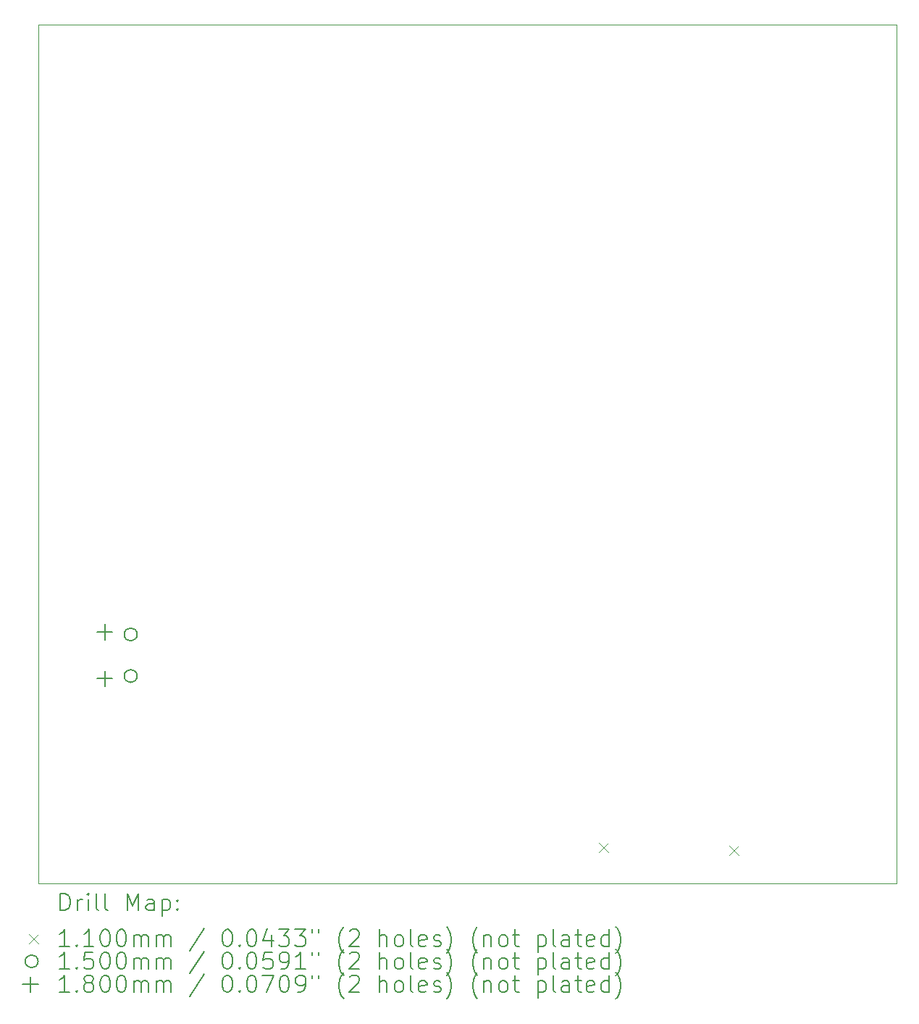
<source format=gbr>
%TF.GenerationSoftware,KiCad,Pcbnew,7.0.10*%
%TF.CreationDate,2024-07-23T11:02:27-06:00*%
%TF.ProjectId,Pressure-Controlled-Power-Outlet-control-PCB,50726573-7375-4726-952d-436f6e74726f,V1.3.1*%
%TF.SameCoordinates,Original*%
%TF.FileFunction,Drillmap*%
%TF.FilePolarity,Positive*%
%FSLAX45Y45*%
G04 Gerber Fmt 4.5, Leading zero omitted, Abs format (unit mm)*
G04 Created by KiCad (PCBNEW 7.0.10) date 2024-07-23 11:02:27*
%MOMM*%
%LPD*%
G01*
G04 APERTURE LIST*
%ADD10C,0.100000*%
%ADD11C,0.200000*%
%ADD12C,0.110000*%
%ADD13C,0.150000*%
%ADD14C,0.180000*%
G04 APERTURE END LIST*
D10*
X8636000Y-5588000D02*
X18669000Y-5588000D01*
X18669000Y-15621000D01*
X8636000Y-15621000D01*
X8636000Y-5588000D01*
D11*
D12*
X15185000Y-15147000D02*
X15295000Y-15257000D01*
X15295000Y-15147000D02*
X15185000Y-15257000D01*
X16709000Y-15177000D02*
X16819000Y-15287000D01*
X16819000Y-15177000D02*
X16709000Y-15287000D01*
D13*
X9789000Y-12711500D02*
G75*
G03*
X9639000Y-12711500I-75000J0D01*
G01*
X9639000Y-12711500D02*
G75*
G03*
X9789000Y-12711500I75000J0D01*
G01*
X9789000Y-13196500D02*
G75*
G03*
X9639000Y-13196500I-75000J0D01*
G01*
X9639000Y-13196500D02*
G75*
G03*
X9789000Y-13196500I75000J0D01*
G01*
D14*
X9411000Y-12591500D02*
X9411000Y-12771500D01*
X9321000Y-12681500D02*
X9501000Y-12681500D01*
X9411000Y-13136500D02*
X9411000Y-13316500D01*
X9321000Y-13226500D02*
X9501000Y-13226500D01*
D11*
X8891777Y-15937484D02*
X8891777Y-15737484D01*
X8891777Y-15737484D02*
X8939396Y-15737484D01*
X8939396Y-15737484D02*
X8967967Y-15747008D01*
X8967967Y-15747008D02*
X8987015Y-15766055D01*
X8987015Y-15766055D02*
X8996539Y-15785103D01*
X8996539Y-15785103D02*
X9006063Y-15823198D01*
X9006063Y-15823198D02*
X9006063Y-15851769D01*
X9006063Y-15851769D02*
X8996539Y-15889865D01*
X8996539Y-15889865D02*
X8987015Y-15908912D01*
X8987015Y-15908912D02*
X8967967Y-15927960D01*
X8967967Y-15927960D02*
X8939396Y-15937484D01*
X8939396Y-15937484D02*
X8891777Y-15937484D01*
X9091777Y-15937484D02*
X9091777Y-15804150D01*
X9091777Y-15842246D02*
X9101301Y-15823198D01*
X9101301Y-15823198D02*
X9110824Y-15813674D01*
X9110824Y-15813674D02*
X9129872Y-15804150D01*
X9129872Y-15804150D02*
X9148920Y-15804150D01*
X9215586Y-15937484D02*
X9215586Y-15804150D01*
X9215586Y-15737484D02*
X9206063Y-15747008D01*
X9206063Y-15747008D02*
X9215586Y-15756531D01*
X9215586Y-15756531D02*
X9225110Y-15747008D01*
X9225110Y-15747008D02*
X9215586Y-15737484D01*
X9215586Y-15737484D02*
X9215586Y-15756531D01*
X9339396Y-15937484D02*
X9320348Y-15927960D01*
X9320348Y-15927960D02*
X9310824Y-15908912D01*
X9310824Y-15908912D02*
X9310824Y-15737484D01*
X9444158Y-15937484D02*
X9425110Y-15927960D01*
X9425110Y-15927960D02*
X9415586Y-15908912D01*
X9415586Y-15908912D02*
X9415586Y-15737484D01*
X9672729Y-15937484D02*
X9672729Y-15737484D01*
X9672729Y-15737484D02*
X9739396Y-15880341D01*
X9739396Y-15880341D02*
X9806063Y-15737484D01*
X9806063Y-15737484D02*
X9806063Y-15937484D01*
X9987015Y-15937484D02*
X9987015Y-15832722D01*
X9987015Y-15832722D02*
X9977491Y-15813674D01*
X9977491Y-15813674D02*
X9958444Y-15804150D01*
X9958444Y-15804150D02*
X9920348Y-15804150D01*
X9920348Y-15804150D02*
X9901301Y-15813674D01*
X9987015Y-15927960D02*
X9967967Y-15937484D01*
X9967967Y-15937484D02*
X9920348Y-15937484D01*
X9920348Y-15937484D02*
X9901301Y-15927960D01*
X9901301Y-15927960D02*
X9891777Y-15908912D01*
X9891777Y-15908912D02*
X9891777Y-15889865D01*
X9891777Y-15889865D02*
X9901301Y-15870817D01*
X9901301Y-15870817D02*
X9920348Y-15861293D01*
X9920348Y-15861293D02*
X9967967Y-15861293D01*
X9967967Y-15861293D02*
X9987015Y-15851769D01*
X10082253Y-15804150D02*
X10082253Y-16004150D01*
X10082253Y-15813674D02*
X10101301Y-15804150D01*
X10101301Y-15804150D02*
X10139396Y-15804150D01*
X10139396Y-15804150D02*
X10158444Y-15813674D01*
X10158444Y-15813674D02*
X10167967Y-15823198D01*
X10167967Y-15823198D02*
X10177491Y-15842246D01*
X10177491Y-15842246D02*
X10177491Y-15899388D01*
X10177491Y-15899388D02*
X10167967Y-15918436D01*
X10167967Y-15918436D02*
X10158444Y-15927960D01*
X10158444Y-15927960D02*
X10139396Y-15937484D01*
X10139396Y-15937484D02*
X10101301Y-15937484D01*
X10101301Y-15937484D02*
X10082253Y-15927960D01*
X10263205Y-15918436D02*
X10272729Y-15927960D01*
X10272729Y-15927960D02*
X10263205Y-15937484D01*
X10263205Y-15937484D02*
X10253682Y-15927960D01*
X10253682Y-15927960D02*
X10263205Y-15918436D01*
X10263205Y-15918436D02*
X10263205Y-15937484D01*
X10263205Y-15813674D02*
X10272729Y-15823198D01*
X10272729Y-15823198D02*
X10263205Y-15832722D01*
X10263205Y-15832722D02*
X10253682Y-15823198D01*
X10253682Y-15823198D02*
X10263205Y-15813674D01*
X10263205Y-15813674D02*
X10263205Y-15832722D01*
D12*
X8521000Y-16211000D02*
X8631000Y-16321000D01*
X8631000Y-16211000D02*
X8521000Y-16321000D01*
D11*
X8996539Y-16357484D02*
X8882253Y-16357484D01*
X8939396Y-16357484D02*
X8939396Y-16157484D01*
X8939396Y-16157484D02*
X8920348Y-16186055D01*
X8920348Y-16186055D02*
X8901301Y-16205103D01*
X8901301Y-16205103D02*
X8882253Y-16214627D01*
X9082253Y-16338436D02*
X9091777Y-16347960D01*
X9091777Y-16347960D02*
X9082253Y-16357484D01*
X9082253Y-16357484D02*
X9072729Y-16347960D01*
X9072729Y-16347960D02*
X9082253Y-16338436D01*
X9082253Y-16338436D02*
X9082253Y-16357484D01*
X9282253Y-16357484D02*
X9167967Y-16357484D01*
X9225110Y-16357484D02*
X9225110Y-16157484D01*
X9225110Y-16157484D02*
X9206063Y-16186055D01*
X9206063Y-16186055D02*
X9187015Y-16205103D01*
X9187015Y-16205103D02*
X9167967Y-16214627D01*
X9406063Y-16157484D02*
X9425110Y-16157484D01*
X9425110Y-16157484D02*
X9444158Y-16167008D01*
X9444158Y-16167008D02*
X9453682Y-16176531D01*
X9453682Y-16176531D02*
X9463205Y-16195579D01*
X9463205Y-16195579D02*
X9472729Y-16233674D01*
X9472729Y-16233674D02*
X9472729Y-16281293D01*
X9472729Y-16281293D02*
X9463205Y-16319388D01*
X9463205Y-16319388D02*
X9453682Y-16338436D01*
X9453682Y-16338436D02*
X9444158Y-16347960D01*
X9444158Y-16347960D02*
X9425110Y-16357484D01*
X9425110Y-16357484D02*
X9406063Y-16357484D01*
X9406063Y-16357484D02*
X9387015Y-16347960D01*
X9387015Y-16347960D02*
X9377491Y-16338436D01*
X9377491Y-16338436D02*
X9367967Y-16319388D01*
X9367967Y-16319388D02*
X9358444Y-16281293D01*
X9358444Y-16281293D02*
X9358444Y-16233674D01*
X9358444Y-16233674D02*
X9367967Y-16195579D01*
X9367967Y-16195579D02*
X9377491Y-16176531D01*
X9377491Y-16176531D02*
X9387015Y-16167008D01*
X9387015Y-16167008D02*
X9406063Y-16157484D01*
X9596539Y-16157484D02*
X9615586Y-16157484D01*
X9615586Y-16157484D02*
X9634634Y-16167008D01*
X9634634Y-16167008D02*
X9644158Y-16176531D01*
X9644158Y-16176531D02*
X9653682Y-16195579D01*
X9653682Y-16195579D02*
X9663205Y-16233674D01*
X9663205Y-16233674D02*
X9663205Y-16281293D01*
X9663205Y-16281293D02*
X9653682Y-16319388D01*
X9653682Y-16319388D02*
X9644158Y-16338436D01*
X9644158Y-16338436D02*
X9634634Y-16347960D01*
X9634634Y-16347960D02*
X9615586Y-16357484D01*
X9615586Y-16357484D02*
X9596539Y-16357484D01*
X9596539Y-16357484D02*
X9577491Y-16347960D01*
X9577491Y-16347960D02*
X9567967Y-16338436D01*
X9567967Y-16338436D02*
X9558444Y-16319388D01*
X9558444Y-16319388D02*
X9548920Y-16281293D01*
X9548920Y-16281293D02*
X9548920Y-16233674D01*
X9548920Y-16233674D02*
X9558444Y-16195579D01*
X9558444Y-16195579D02*
X9567967Y-16176531D01*
X9567967Y-16176531D02*
X9577491Y-16167008D01*
X9577491Y-16167008D02*
X9596539Y-16157484D01*
X9748920Y-16357484D02*
X9748920Y-16224150D01*
X9748920Y-16243198D02*
X9758444Y-16233674D01*
X9758444Y-16233674D02*
X9777491Y-16224150D01*
X9777491Y-16224150D02*
X9806063Y-16224150D01*
X9806063Y-16224150D02*
X9825110Y-16233674D01*
X9825110Y-16233674D02*
X9834634Y-16252722D01*
X9834634Y-16252722D02*
X9834634Y-16357484D01*
X9834634Y-16252722D02*
X9844158Y-16233674D01*
X9844158Y-16233674D02*
X9863205Y-16224150D01*
X9863205Y-16224150D02*
X9891777Y-16224150D01*
X9891777Y-16224150D02*
X9910825Y-16233674D01*
X9910825Y-16233674D02*
X9920348Y-16252722D01*
X9920348Y-16252722D02*
X9920348Y-16357484D01*
X10015586Y-16357484D02*
X10015586Y-16224150D01*
X10015586Y-16243198D02*
X10025110Y-16233674D01*
X10025110Y-16233674D02*
X10044158Y-16224150D01*
X10044158Y-16224150D02*
X10072729Y-16224150D01*
X10072729Y-16224150D02*
X10091777Y-16233674D01*
X10091777Y-16233674D02*
X10101301Y-16252722D01*
X10101301Y-16252722D02*
X10101301Y-16357484D01*
X10101301Y-16252722D02*
X10110825Y-16233674D01*
X10110825Y-16233674D02*
X10129872Y-16224150D01*
X10129872Y-16224150D02*
X10158444Y-16224150D01*
X10158444Y-16224150D02*
X10177491Y-16233674D01*
X10177491Y-16233674D02*
X10187015Y-16252722D01*
X10187015Y-16252722D02*
X10187015Y-16357484D01*
X10577491Y-16147960D02*
X10406063Y-16405103D01*
X10834634Y-16157484D02*
X10853682Y-16157484D01*
X10853682Y-16157484D02*
X10872729Y-16167008D01*
X10872729Y-16167008D02*
X10882253Y-16176531D01*
X10882253Y-16176531D02*
X10891777Y-16195579D01*
X10891777Y-16195579D02*
X10901301Y-16233674D01*
X10901301Y-16233674D02*
X10901301Y-16281293D01*
X10901301Y-16281293D02*
X10891777Y-16319388D01*
X10891777Y-16319388D02*
X10882253Y-16338436D01*
X10882253Y-16338436D02*
X10872729Y-16347960D01*
X10872729Y-16347960D02*
X10853682Y-16357484D01*
X10853682Y-16357484D02*
X10834634Y-16357484D01*
X10834634Y-16357484D02*
X10815587Y-16347960D01*
X10815587Y-16347960D02*
X10806063Y-16338436D01*
X10806063Y-16338436D02*
X10796539Y-16319388D01*
X10796539Y-16319388D02*
X10787015Y-16281293D01*
X10787015Y-16281293D02*
X10787015Y-16233674D01*
X10787015Y-16233674D02*
X10796539Y-16195579D01*
X10796539Y-16195579D02*
X10806063Y-16176531D01*
X10806063Y-16176531D02*
X10815587Y-16167008D01*
X10815587Y-16167008D02*
X10834634Y-16157484D01*
X10987015Y-16338436D02*
X10996539Y-16347960D01*
X10996539Y-16347960D02*
X10987015Y-16357484D01*
X10987015Y-16357484D02*
X10977491Y-16347960D01*
X10977491Y-16347960D02*
X10987015Y-16338436D01*
X10987015Y-16338436D02*
X10987015Y-16357484D01*
X11120348Y-16157484D02*
X11139396Y-16157484D01*
X11139396Y-16157484D02*
X11158444Y-16167008D01*
X11158444Y-16167008D02*
X11167968Y-16176531D01*
X11167968Y-16176531D02*
X11177491Y-16195579D01*
X11177491Y-16195579D02*
X11187015Y-16233674D01*
X11187015Y-16233674D02*
X11187015Y-16281293D01*
X11187015Y-16281293D02*
X11177491Y-16319388D01*
X11177491Y-16319388D02*
X11167968Y-16338436D01*
X11167968Y-16338436D02*
X11158444Y-16347960D01*
X11158444Y-16347960D02*
X11139396Y-16357484D01*
X11139396Y-16357484D02*
X11120348Y-16357484D01*
X11120348Y-16357484D02*
X11101301Y-16347960D01*
X11101301Y-16347960D02*
X11091777Y-16338436D01*
X11091777Y-16338436D02*
X11082253Y-16319388D01*
X11082253Y-16319388D02*
X11072729Y-16281293D01*
X11072729Y-16281293D02*
X11072729Y-16233674D01*
X11072729Y-16233674D02*
X11082253Y-16195579D01*
X11082253Y-16195579D02*
X11091777Y-16176531D01*
X11091777Y-16176531D02*
X11101301Y-16167008D01*
X11101301Y-16167008D02*
X11120348Y-16157484D01*
X11358444Y-16224150D02*
X11358444Y-16357484D01*
X11310825Y-16147960D02*
X11263206Y-16290817D01*
X11263206Y-16290817D02*
X11387015Y-16290817D01*
X11444158Y-16157484D02*
X11567967Y-16157484D01*
X11567967Y-16157484D02*
X11501301Y-16233674D01*
X11501301Y-16233674D02*
X11529872Y-16233674D01*
X11529872Y-16233674D02*
X11548920Y-16243198D01*
X11548920Y-16243198D02*
X11558444Y-16252722D01*
X11558444Y-16252722D02*
X11567967Y-16271769D01*
X11567967Y-16271769D02*
X11567967Y-16319388D01*
X11567967Y-16319388D02*
X11558444Y-16338436D01*
X11558444Y-16338436D02*
X11548920Y-16347960D01*
X11548920Y-16347960D02*
X11529872Y-16357484D01*
X11529872Y-16357484D02*
X11472729Y-16357484D01*
X11472729Y-16357484D02*
X11453682Y-16347960D01*
X11453682Y-16347960D02*
X11444158Y-16338436D01*
X11634634Y-16157484D02*
X11758444Y-16157484D01*
X11758444Y-16157484D02*
X11691777Y-16233674D01*
X11691777Y-16233674D02*
X11720348Y-16233674D01*
X11720348Y-16233674D02*
X11739396Y-16243198D01*
X11739396Y-16243198D02*
X11748920Y-16252722D01*
X11748920Y-16252722D02*
X11758444Y-16271769D01*
X11758444Y-16271769D02*
X11758444Y-16319388D01*
X11758444Y-16319388D02*
X11748920Y-16338436D01*
X11748920Y-16338436D02*
X11739396Y-16347960D01*
X11739396Y-16347960D02*
X11720348Y-16357484D01*
X11720348Y-16357484D02*
X11663206Y-16357484D01*
X11663206Y-16357484D02*
X11644158Y-16347960D01*
X11644158Y-16347960D02*
X11634634Y-16338436D01*
X11834634Y-16157484D02*
X11834634Y-16195579D01*
X11910825Y-16157484D02*
X11910825Y-16195579D01*
X12206063Y-16433674D02*
X12196539Y-16424150D01*
X12196539Y-16424150D02*
X12177491Y-16395579D01*
X12177491Y-16395579D02*
X12167968Y-16376531D01*
X12167968Y-16376531D02*
X12158444Y-16347960D01*
X12158444Y-16347960D02*
X12148920Y-16300341D01*
X12148920Y-16300341D02*
X12148920Y-16262246D01*
X12148920Y-16262246D02*
X12158444Y-16214627D01*
X12158444Y-16214627D02*
X12167968Y-16186055D01*
X12167968Y-16186055D02*
X12177491Y-16167008D01*
X12177491Y-16167008D02*
X12196539Y-16138436D01*
X12196539Y-16138436D02*
X12206063Y-16128912D01*
X12272729Y-16176531D02*
X12282253Y-16167008D01*
X12282253Y-16167008D02*
X12301301Y-16157484D01*
X12301301Y-16157484D02*
X12348920Y-16157484D01*
X12348920Y-16157484D02*
X12367968Y-16167008D01*
X12367968Y-16167008D02*
X12377491Y-16176531D01*
X12377491Y-16176531D02*
X12387015Y-16195579D01*
X12387015Y-16195579D02*
X12387015Y-16214627D01*
X12387015Y-16214627D02*
X12377491Y-16243198D01*
X12377491Y-16243198D02*
X12263206Y-16357484D01*
X12263206Y-16357484D02*
X12387015Y-16357484D01*
X12625110Y-16357484D02*
X12625110Y-16157484D01*
X12710825Y-16357484D02*
X12710825Y-16252722D01*
X12710825Y-16252722D02*
X12701301Y-16233674D01*
X12701301Y-16233674D02*
X12682253Y-16224150D01*
X12682253Y-16224150D02*
X12653682Y-16224150D01*
X12653682Y-16224150D02*
X12634634Y-16233674D01*
X12634634Y-16233674D02*
X12625110Y-16243198D01*
X12834634Y-16357484D02*
X12815587Y-16347960D01*
X12815587Y-16347960D02*
X12806063Y-16338436D01*
X12806063Y-16338436D02*
X12796539Y-16319388D01*
X12796539Y-16319388D02*
X12796539Y-16262246D01*
X12796539Y-16262246D02*
X12806063Y-16243198D01*
X12806063Y-16243198D02*
X12815587Y-16233674D01*
X12815587Y-16233674D02*
X12834634Y-16224150D01*
X12834634Y-16224150D02*
X12863206Y-16224150D01*
X12863206Y-16224150D02*
X12882253Y-16233674D01*
X12882253Y-16233674D02*
X12891777Y-16243198D01*
X12891777Y-16243198D02*
X12901301Y-16262246D01*
X12901301Y-16262246D02*
X12901301Y-16319388D01*
X12901301Y-16319388D02*
X12891777Y-16338436D01*
X12891777Y-16338436D02*
X12882253Y-16347960D01*
X12882253Y-16347960D02*
X12863206Y-16357484D01*
X12863206Y-16357484D02*
X12834634Y-16357484D01*
X13015587Y-16357484D02*
X12996539Y-16347960D01*
X12996539Y-16347960D02*
X12987015Y-16328912D01*
X12987015Y-16328912D02*
X12987015Y-16157484D01*
X13167968Y-16347960D02*
X13148920Y-16357484D01*
X13148920Y-16357484D02*
X13110825Y-16357484D01*
X13110825Y-16357484D02*
X13091777Y-16347960D01*
X13091777Y-16347960D02*
X13082253Y-16328912D01*
X13082253Y-16328912D02*
X13082253Y-16252722D01*
X13082253Y-16252722D02*
X13091777Y-16233674D01*
X13091777Y-16233674D02*
X13110825Y-16224150D01*
X13110825Y-16224150D02*
X13148920Y-16224150D01*
X13148920Y-16224150D02*
X13167968Y-16233674D01*
X13167968Y-16233674D02*
X13177491Y-16252722D01*
X13177491Y-16252722D02*
X13177491Y-16271769D01*
X13177491Y-16271769D02*
X13082253Y-16290817D01*
X13253682Y-16347960D02*
X13272730Y-16357484D01*
X13272730Y-16357484D02*
X13310825Y-16357484D01*
X13310825Y-16357484D02*
X13329872Y-16347960D01*
X13329872Y-16347960D02*
X13339396Y-16328912D01*
X13339396Y-16328912D02*
X13339396Y-16319388D01*
X13339396Y-16319388D02*
X13329872Y-16300341D01*
X13329872Y-16300341D02*
X13310825Y-16290817D01*
X13310825Y-16290817D02*
X13282253Y-16290817D01*
X13282253Y-16290817D02*
X13263206Y-16281293D01*
X13263206Y-16281293D02*
X13253682Y-16262246D01*
X13253682Y-16262246D02*
X13253682Y-16252722D01*
X13253682Y-16252722D02*
X13263206Y-16233674D01*
X13263206Y-16233674D02*
X13282253Y-16224150D01*
X13282253Y-16224150D02*
X13310825Y-16224150D01*
X13310825Y-16224150D02*
X13329872Y-16233674D01*
X13406063Y-16433674D02*
X13415587Y-16424150D01*
X13415587Y-16424150D02*
X13434634Y-16395579D01*
X13434634Y-16395579D02*
X13444158Y-16376531D01*
X13444158Y-16376531D02*
X13453682Y-16347960D01*
X13453682Y-16347960D02*
X13463206Y-16300341D01*
X13463206Y-16300341D02*
X13463206Y-16262246D01*
X13463206Y-16262246D02*
X13453682Y-16214627D01*
X13453682Y-16214627D02*
X13444158Y-16186055D01*
X13444158Y-16186055D02*
X13434634Y-16167008D01*
X13434634Y-16167008D02*
X13415587Y-16138436D01*
X13415587Y-16138436D02*
X13406063Y-16128912D01*
X13767968Y-16433674D02*
X13758444Y-16424150D01*
X13758444Y-16424150D02*
X13739396Y-16395579D01*
X13739396Y-16395579D02*
X13729872Y-16376531D01*
X13729872Y-16376531D02*
X13720349Y-16347960D01*
X13720349Y-16347960D02*
X13710825Y-16300341D01*
X13710825Y-16300341D02*
X13710825Y-16262246D01*
X13710825Y-16262246D02*
X13720349Y-16214627D01*
X13720349Y-16214627D02*
X13729872Y-16186055D01*
X13729872Y-16186055D02*
X13739396Y-16167008D01*
X13739396Y-16167008D02*
X13758444Y-16138436D01*
X13758444Y-16138436D02*
X13767968Y-16128912D01*
X13844158Y-16224150D02*
X13844158Y-16357484D01*
X13844158Y-16243198D02*
X13853682Y-16233674D01*
X13853682Y-16233674D02*
X13872730Y-16224150D01*
X13872730Y-16224150D02*
X13901301Y-16224150D01*
X13901301Y-16224150D02*
X13920349Y-16233674D01*
X13920349Y-16233674D02*
X13929872Y-16252722D01*
X13929872Y-16252722D02*
X13929872Y-16357484D01*
X14053682Y-16357484D02*
X14034634Y-16347960D01*
X14034634Y-16347960D02*
X14025111Y-16338436D01*
X14025111Y-16338436D02*
X14015587Y-16319388D01*
X14015587Y-16319388D02*
X14015587Y-16262246D01*
X14015587Y-16262246D02*
X14025111Y-16243198D01*
X14025111Y-16243198D02*
X14034634Y-16233674D01*
X14034634Y-16233674D02*
X14053682Y-16224150D01*
X14053682Y-16224150D02*
X14082253Y-16224150D01*
X14082253Y-16224150D02*
X14101301Y-16233674D01*
X14101301Y-16233674D02*
X14110825Y-16243198D01*
X14110825Y-16243198D02*
X14120349Y-16262246D01*
X14120349Y-16262246D02*
X14120349Y-16319388D01*
X14120349Y-16319388D02*
X14110825Y-16338436D01*
X14110825Y-16338436D02*
X14101301Y-16347960D01*
X14101301Y-16347960D02*
X14082253Y-16357484D01*
X14082253Y-16357484D02*
X14053682Y-16357484D01*
X14177492Y-16224150D02*
X14253682Y-16224150D01*
X14206063Y-16157484D02*
X14206063Y-16328912D01*
X14206063Y-16328912D02*
X14215587Y-16347960D01*
X14215587Y-16347960D02*
X14234634Y-16357484D01*
X14234634Y-16357484D02*
X14253682Y-16357484D01*
X14472730Y-16224150D02*
X14472730Y-16424150D01*
X14472730Y-16233674D02*
X14491777Y-16224150D01*
X14491777Y-16224150D02*
X14529873Y-16224150D01*
X14529873Y-16224150D02*
X14548920Y-16233674D01*
X14548920Y-16233674D02*
X14558444Y-16243198D01*
X14558444Y-16243198D02*
X14567968Y-16262246D01*
X14567968Y-16262246D02*
X14567968Y-16319388D01*
X14567968Y-16319388D02*
X14558444Y-16338436D01*
X14558444Y-16338436D02*
X14548920Y-16347960D01*
X14548920Y-16347960D02*
X14529873Y-16357484D01*
X14529873Y-16357484D02*
X14491777Y-16357484D01*
X14491777Y-16357484D02*
X14472730Y-16347960D01*
X14682253Y-16357484D02*
X14663206Y-16347960D01*
X14663206Y-16347960D02*
X14653682Y-16328912D01*
X14653682Y-16328912D02*
X14653682Y-16157484D01*
X14844158Y-16357484D02*
X14844158Y-16252722D01*
X14844158Y-16252722D02*
X14834634Y-16233674D01*
X14834634Y-16233674D02*
X14815587Y-16224150D01*
X14815587Y-16224150D02*
X14777492Y-16224150D01*
X14777492Y-16224150D02*
X14758444Y-16233674D01*
X14844158Y-16347960D02*
X14825111Y-16357484D01*
X14825111Y-16357484D02*
X14777492Y-16357484D01*
X14777492Y-16357484D02*
X14758444Y-16347960D01*
X14758444Y-16347960D02*
X14748920Y-16328912D01*
X14748920Y-16328912D02*
X14748920Y-16309865D01*
X14748920Y-16309865D02*
X14758444Y-16290817D01*
X14758444Y-16290817D02*
X14777492Y-16281293D01*
X14777492Y-16281293D02*
X14825111Y-16281293D01*
X14825111Y-16281293D02*
X14844158Y-16271769D01*
X14910825Y-16224150D02*
X14987015Y-16224150D01*
X14939396Y-16157484D02*
X14939396Y-16328912D01*
X14939396Y-16328912D02*
X14948920Y-16347960D01*
X14948920Y-16347960D02*
X14967968Y-16357484D01*
X14967968Y-16357484D02*
X14987015Y-16357484D01*
X15129873Y-16347960D02*
X15110825Y-16357484D01*
X15110825Y-16357484D02*
X15072730Y-16357484D01*
X15072730Y-16357484D02*
X15053682Y-16347960D01*
X15053682Y-16347960D02*
X15044158Y-16328912D01*
X15044158Y-16328912D02*
X15044158Y-16252722D01*
X15044158Y-16252722D02*
X15053682Y-16233674D01*
X15053682Y-16233674D02*
X15072730Y-16224150D01*
X15072730Y-16224150D02*
X15110825Y-16224150D01*
X15110825Y-16224150D02*
X15129873Y-16233674D01*
X15129873Y-16233674D02*
X15139396Y-16252722D01*
X15139396Y-16252722D02*
X15139396Y-16271769D01*
X15139396Y-16271769D02*
X15044158Y-16290817D01*
X15310825Y-16357484D02*
X15310825Y-16157484D01*
X15310825Y-16347960D02*
X15291777Y-16357484D01*
X15291777Y-16357484D02*
X15253682Y-16357484D01*
X15253682Y-16357484D02*
X15234634Y-16347960D01*
X15234634Y-16347960D02*
X15225111Y-16338436D01*
X15225111Y-16338436D02*
X15215587Y-16319388D01*
X15215587Y-16319388D02*
X15215587Y-16262246D01*
X15215587Y-16262246D02*
X15225111Y-16243198D01*
X15225111Y-16243198D02*
X15234634Y-16233674D01*
X15234634Y-16233674D02*
X15253682Y-16224150D01*
X15253682Y-16224150D02*
X15291777Y-16224150D01*
X15291777Y-16224150D02*
X15310825Y-16233674D01*
X15387015Y-16433674D02*
X15396539Y-16424150D01*
X15396539Y-16424150D02*
X15415587Y-16395579D01*
X15415587Y-16395579D02*
X15425111Y-16376531D01*
X15425111Y-16376531D02*
X15434634Y-16347960D01*
X15434634Y-16347960D02*
X15444158Y-16300341D01*
X15444158Y-16300341D02*
X15444158Y-16262246D01*
X15444158Y-16262246D02*
X15434634Y-16214627D01*
X15434634Y-16214627D02*
X15425111Y-16186055D01*
X15425111Y-16186055D02*
X15415587Y-16167008D01*
X15415587Y-16167008D02*
X15396539Y-16138436D01*
X15396539Y-16138436D02*
X15387015Y-16128912D01*
D13*
X8631000Y-16530000D02*
G75*
G03*
X8481000Y-16530000I-75000J0D01*
G01*
X8481000Y-16530000D02*
G75*
G03*
X8631000Y-16530000I75000J0D01*
G01*
D11*
X8996539Y-16621484D02*
X8882253Y-16621484D01*
X8939396Y-16621484D02*
X8939396Y-16421484D01*
X8939396Y-16421484D02*
X8920348Y-16450055D01*
X8920348Y-16450055D02*
X8901301Y-16469103D01*
X8901301Y-16469103D02*
X8882253Y-16478627D01*
X9082253Y-16602436D02*
X9091777Y-16611960D01*
X9091777Y-16611960D02*
X9082253Y-16621484D01*
X9082253Y-16621484D02*
X9072729Y-16611960D01*
X9072729Y-16611960D02*
X9082253Y-16602436D01*
X9082253Y-16602436D02*
X9082253Y-16621484D01*
X9272729Y-16421484D02*
X9177491Y-16421484D01*
X9177491Y-16421484D02*
X9167967Y-16516722D01*
X9167967Y-16516722D02*
X9177491Y-16507198D01*
X9177491Y-16507198D02*
X9196539Y-16497674D01*
X9196539Y-16497674D02*
X9244158Y-16497674D01*
X9244158Y-16497674D02*
X9263205Y-16507198D01*
X9263205Y-16507198D02*
X9272729Y-16516722D01*
X9272729Y-16516722D02*
X9282253Y-16535769D01*
X9282253Y-16535769D02*
X9282253Y-16583388D01*
X9282253Y-16583388D02*
X9272729Y-16602436D01*
X9272729Y-16602436D02*
X9263205Y-16611960D01*
X9263205Y-16611960D02*
X9244158Y-16621484D01*
X9244158Y-16621484D02*
X9196539Y-16621484D01*
X9196539Y-16621484D02*
X9177491Y-16611960D01*
X9177491Y-16611960D02*
X9167967Y-16602436D01*
X9406063Y-16421484D02*
X9425110Y-16421484D01*
X9425110Y-16421484D02*
X9444158Y-16431008D01*
X9444158Y-16431008D02*
X9453682Y-16440531D01*
X9453682Y-16440531D02*
X9463205Y-16459579D01*
X9463205Y-16459579D02*
X9472729Y-16497674D01*
X9472729Y-16497674D02*
X9472729Y-16545293D01*
X9472729Y-16545293D02*
X9463205Y-16583388D01*
X9463205Y-16583388D02*
X9453682Y-16602436D01*
X9453682Y-16602436D02*
X9444158Y-16611960D01*
X9444158Y-16611960D02*
X9425110Y-16621484D01*
X9425110Y-16621484D02*
X9406063Y-16621484D01*
X9406063Y-16621484D02*
X9387015Y-16611960D01*
X9387015Y-16611960D02*
X9377491Y-16602436D01*
X9377491Y-16602436D02*
X9367967Y-16583388D01*
X9367967Y-16583388D02*
X9358444Y-16545293D01*
X9358444Y-16545293D02*
X9358444Y-16497674D01*
X9358444Y-16497674D02*
X9367967Y-16459579D01*
X9367967Y-16459579D02*
X9377491Y-16440531D01*
X9377491Y-16440531D02*
X9387015Y-16431008D01*
X9387015Y-16431008D02*
X9406063Y-16421484D01*
X9596539Y-16421484D02*
X9615586Y-16421484D01*
X9615586Y-16421484D02*
X9634634Y-16431008D01*
X9634634Y-16431008D02*
X9644158Y-16440531D01*
X9644158Y-16440531D02*
X9653682Y-16459579D01*
X9653682Y-16459579D02*
X9663205Y-16497674D01*
X9663205Y-16497674D02*
X9663205Y-16545293D01*
X9663205Y-16545293D02*
X9653682Y-16583388D01*
X9653682Y-16583388D02*
X9644158Y-16602436D01*
X9644158Y-16602436D02*
X9634634Y-16611960D01*
X9634634Y-16611960D02*
X9615586Y-16621484D01*
X9615586Y-16621484D02*
X9596539Y-16621484D01*
X9596539Y-16621484D02*
X9577491Y-16611960D01*
X9577491Y-16611960D02*
X9567967Y-16602436D01*
X9567967Y-16602436D02*
X9558444Y-16583388D01*
X9558444Y-16583388D02*
X9548920Y-16545293D01*
X9548920Y-16545293D02*
X9548920Y-16497674D01*
X9548920Y-16497674D02*
X9558444Y-16459579D01*
X9558444Y-16459579D02*
X9567967Y-16440531D01*
X9567967Y-16440531D02*
X9577491Y-16431008D01*
X9577491Y-16431008D02*
X9596539Y-16421484D01*
X9748920Y-16621484D02*
X9748920Y-16488150D01*
X9748920Y-16507198D02*
X9758444Y-16497674D01*
X9758444Y-16497674D02*
X9777491Y-16488150D01*
X9777491Y-16488150D02*
X9806063Y-16488150D01*
X9806063Y-16488150D02*
X9825110Y-16497674D01*
X9825110Y-16497674D02*
X9834634Y-16516722D01*
X9834634Y-16516722D02*
X9834634Y-16621484D01*
X9834634Y-16516722D02*
X9844158Y-16497674D01*
X9844158Y-16497674D02*
X9863205Y-16488150D01*
X9863205Y-16488150D02*
X9891777Y-16488150D01*
X9891777Y-16488150D02*
X9910825Y-16497674D01*
X9910825Y-16497674D02*
X9920348Y-16516722D01*
X9920348Y-16516722D02*
X9920348Y-16621484D01*
X10015586Y-16621484D02*
X10015586Y-16488150D01*
X10015586Y-16507198D02*
X10025110Y-16497674D01*
X10025110Y-16497674D02*
X10044158Y-16488150D01*
X10044158Y-16488150D02*
X10072729Y-16488150D01*
X10072729Y-16488150D02*
X10091777Y-16497674D01*
X10091777Y-16497674D02*
X10101301Y-16516722D01*
X10101301Y-16516722D02*
X10101301Y-16621484D01*
X10101301Y-16516722D02*
X10110825Y-16497674D01*
X10110825Y-16497674D02*
X10129872Y-16488150D01*
X10129872Y-16488150D02*
X10158444Y-16488150D01*
X10158444Y-16488150D02*
X10177491Y-16497674D01*
X10177491Y-16497674D02*
X10187015Y-16516722D01*
X10187015Y-16516722D02*
X10187015Y-16621484D01*
X10577491Y-16411960D02*
X10406063Y-16669103D01*
X10834634Y-16421484D02*
X10853682Y-16421484D01*
X10853682Y-16421484D02*
X10872729Y-16431008D01*
X10872729Y-16431008D02*
X10882253Y-16440531D01*
X10882253Y-16440531D02*
X10891777Y-16459579D01*
X10891777Y-16459579D02*
X10901301Y-16497674D01*
X10901301Y-16497674D02*
X10901301Y-16545293D01*
X10901301Y-16545293D02*
X10891777Y-16583388D01*
X10891777Y-16583388D02*
X10882253Y-16602436D01*
X10882253Y-16602436D02*
X10872729Y-16611960D01*
X10872729Y-16611960D02*
X10853682Y-16621484D01*
X10853682Y-16621484D02*
X10834634Y-16621484D01*
X10834634Y-16621484D02*
X10815587Y-16611960D01*
X10815587Y-16611960D02*
X10806063Y-16602436D01*
X10806063Y-16602436D02*
X10796539Y-16583388D01*
X10796539Y-16583388D02*
X10787015Y-16545293D01*
X10787015Y-16545293D02*
X10787015Y-16497674D01*
X10787015Y-16497674D02*
X10796539Y-16459579D01*
X10796539Y-16459579D02*
X10806063Y-16440531D01*
X10806063Y-16440531D02*
X10815587Y-16431008D01*
X10815587Y-16431008D02*
X10834634Y-16421484D01*
X10987015Y-16602436D02*
X10996539Y-16611960D01*
X10996539Y-16611960D02*
X10987015Y-16621484D01*
X10987015Y-16621484D02*
X10977491Y-16611960D01*
X10977491Y-16611960D02*
X10987015Y-16602436D01*
X10987015Y-16602436D02*
X10987015Y-16621484D01*
X11120348Y-16421484D02*
X11139396Y-16421484D01*
X11139396Y-16421484D02*
X11158444Y-16431008D01*
X11158444Y-16431008D02*
X11167968Y-16440531D01*
X11167968Y-16440531D02*
X11177491Y-16459579D01*
X11177491Y-16459579D02*
X11187015Y-16497674D01*
X11187015Y-16497674D02*
X11187015Y-16545293D01*
X11187015Y-16545293D02*
X11177491Y-16583388D01*
X11177491Y-16583388D02*
X11167968Y-16602436D01*
X11167968Y-16602436D02*
X11158444Y-16611960D01*
X11158444Y-16611960D02*
X11139396Y-16621484D01*
X11139396Y-16621484D02*
X11120348Y-16621484D01*
X11120348Y-16621484D02*
X11101301Y-16611960D01*
X11101301Y-16611960D02*
X11091777Y-16602436D01*
X11091777Y-16602436D02*
X11082253Y-16583388D01*
X11082253Y-16583388D02*
X11072729Y-16545293D01*
X11072729Y-16545293D02*
X11072729Y-16497674D01*
X11072729Y-16497674D02*
X11082253Y-16459579D01*
X11082253Y-16459579D02*
X11091777Y-16440531D01*
X11091777Y-16440531D02*
X11101301Y-16431008D01*
X11101301Y-16431008D02*
X11120348Y-16421484D01*
X11367967Y-16421484D02*
X11272729Y-16421484D01*
X11272729Y-16421484D02*
X11263206Y-16516722D01*
X11263206Y-16516722D02*
X11272729Y-16507198D01*
X11272729Y-16507198D02*
X11291777Y-16497674D01*
X11291777Y-16497674D02*
X11339396Y-16497674D01*
X11339396Y-16497674D02*
X11358444Y-16507198D01*
X11358444Y-16507198D02*
X11367967Y-16516722D01*
X11367967Y-16516722D02*
X11377491Y-16535769D01*
X11377491Y-16535769D02*
X11377491Y-16583388D01*
X11377491Y-16583388D02*
X11367967Y-16602436D01*
X11367967Y-16602436D02*
X11358444Y-16611960D01*
X11358444Y-16611960D02*
X11339396Y-16621484D01*
X11339396Y-16621484D02*
X11291777Y-16621484D01*
X11291777Y-16621484D02*
X11272729Y-16611960D01*
X11272729Y-16611960D02*
X11263206Y-16602436D01*
X11472729Y-16621484D02*
X11510825Y-16621484D01*
X11510825Y-16621484D02*
X11529872Y-16611960D01*
X11529872Y-16611960D02*
X11539396Y-16602436D01*
X11539396Y-16602436D02*
X11558444Y-16573865D01*
X11558444Y-16573865D02*
X11567967Y-16535769D01*
X11567967Y-16535769D02*
X11567967Y-16459579D01*
X11567967Y-16459579D02*
X11558444Y-16440531D01*
X11558444Y-16440531D02*
X11548920Y-16431008D01*
X11548920Y-16431008D02*
X11529872Y-16421484D01*
X11529872Y-16421484D02*
X11491777Y-16421484D01*
X11491777Y-16421484D02*
X11472729Y-16431008D01*
X11472729Y-16431008D02*
X11463206Y-16440531D01*
X11463206Y-16440531D02*
X11453682Y-16459579D01*
X11453682Y-16459579D02*
X11453682Y-16507198D01*
X11453682Y-16507198D02*
X11463206Y-16526246D01*
X11463206Y-16526246D02*
X11472729Y-16535769D01*
X11472729Y-16535769D02*
X11491777Y-16545293D01*
X11491777Y-16545293D02*
X11529872Y-16545293D01*
X11529872Y-16545293D02*
X11548920Y-16535769D01*
X11548920Y-16535769D02*
X11558444Y-16526246D01*
X11558444Y-16526246D02*
X11567967Y-16507198D01*
X11758444Y-16621484D02*
X11644158Y-16621484D01*
X11701301Y-16621484D02*
X11701301Y-16421484D01*
X11701301Y-16421484D02*
X11682253Y-16450055D01*
X11682253Y-16450055D02*
X11663206Y-16469103D01*
X11663206Y-16469103D02*
X11644158Y-16478627D01*
X11834634Y-16421484D02*
X11834634Y-16459579D01*
X11910825Y-16421484D02*
X11910825Y-16459579D01*
X12206063Y-16697674D02*
X12196539Y-16688150D01*
X12196539Y-16688150D02*
X12177491Y-16659579D01*
X12177491Y-16659579D02*
X12167968Y-16640531D01*
X12167968Y-16640531D02*
X12158444Y-16611960D01*
X12158444Y-16611960D02*
X12148920Y-16564341D01*
X12148920Y-16564341D02*
X12148920Y-16526246D01*
X12148920Y-16526246D02*
X12158444Y-16478627D01*
X12158444Y-16478627D02*
X12167968Y-16450055D01*
X12167968Y-16450055D02*
X12177491Y-16431008D01*
X12177491Y-16431008D02*
X12196539Y-16402436D01*
X12196539Y-16402436D02*
X12206063Y-16392912D01*
X12272729Y-16440531D02*
X12282253Y-16431008D01*
X12282253Y-16431008D02*
X12301301Y-16421484D01*
X12301301Y-16421484D02*
X12348920Y-16421484D01*
X12348920Y-16421484D02*
X12367968Y-16431008D01*
X12367968Y-16431008D02*
X12377491Y-16440531D01*
X12377491Y-16440531D02*
X12387015Y-16459579D01*
X12387015Y-16459579D02*
X12387015Y-16478627D01*
X12387015Y-16478627D02*
X12377491Y-16507198D01*
X12377491Y-16507198D02*
X12263206Y-16621484D01*
X12263206Y-16621484D02*
X12387015Y-16621484D01*
X12625110Y-16621484D02*
X12625110Y-16421484D01*
X12710825Y-16621484D02*
X12710825Y-16516722D01*
X12710825Y-16516722D02*
X12701301Y-16497674D01*
X12701301Y-16497674D02*
X12682253Y-16488150D01*
X12682253Y-16488150D02*
X12653682Y-16488150D01*
X12653682Y-16488150D02*
X12634634Y-16497674D01*
X12634634Y-16497674D02*
X12625110Y-16507198D01*
X12834634Y-16621484D02*
X12815587Y-16611960D01*
X12815587Y-16611960D02*
X12806063Y-16602436D01*
X12806063Y-16602436D02*
X12796539Y-16583388D01*
X12796539Y-16583388D02*
X12796539Y-16526246D01*
X12796539Y-16526246D02*
X12806063Y-16507198D01*
X12806063Y-16507198D02*
X12815587Y-16497674D01*
X12815587Y-16497674D02*
X12834634Y-16488150D01*
X12834634Y-16488150D02*
X12863206Y-16488150D01*
X12863206Y-16488150D02*
X12882253Y-16497674D01*
X12882253Y-16497674D02*
X12891777Y-16507198D01*
X12891777Y-16507198D02*
X12901301Y-16526246D01*
X12901301Y-16526246D02*
X12901301Y-16583388D01*
X12901301Y-16583388D02*
X12891777Y-16602436D01*
X12891777Y-16602436D02*
X12882253Y-16611960D01*
X12882253Y-16611960D02*
X12863206Y-16621484D01*
X12863206Y-16621484D02*
X12834634Y-16621484D01*
X13015587Y-16621484D02*
X12996539Y-16611960D01*
X12996539Y-16611960D02*
X12987015Y-16592912D01*
X12987015Y-16592912D02*
X12987015Y-16421484D01*
X13167968Y-16611960D02*
X13148920Y-16621484D01*
X13148920Y-16621484D02*
X13110825Y-16621484D01*
X13110825Y-16621484D02*
X13091777Y-16611960D01*
X13091777Y-16611960D02*
X13082253Y-16592912D01*
X13082253Y-16592912D02*
X13082253Y-16516722D01*
X13082253Y-16516722D02*
X13091777Y-16497674D01*
X13091777Y-16497674D02*
X13110825Y-16488150D01*
X13110825Y-16488150D02*
X13148920Y-16488150D01*
X13148920Y-16488150D02*
X13167968Y-16497674D01*
X13167968Y-16497674D02*
X13177491Y-16516722D01*
X13177491Y-16516722D02*
X13177491Y-16535769D01*
X13177491Y-16535769D02*
X13082253Y-16554817D01*
X13253682Y-16611960D02*
X13272730Y-16621484D01*
X13272730Y-16621484D02*
X13310825Y-16621484D01*
X13310825Y-16621484D02*
X13329872Y-16611960D01*
X13329872Y-16611960D02*
X13339396Y-16592912D01*
X13339396Y-16592912D02*
X13339396Y-16583388D01*
X13339396Y-16583388D02*
X13329872Y-16564341D01*
X13329872Y-16564341D02*
X13310825Y-16554817D01*
X13310825Y-16554817D02*
X13282253Y-16554817D01*
X13282253Y-16554817D02*
X13263206Y-16545293D01*
X13263206Y-16545293D02*
X13253682Y-16526246D01*
X13253682Y-16526246D02*
X13253682Y-16516722D01*
X13253682Y-16516722D02*
X13263206Y-16497674D01*
X13263206Y-16497674D02*
X13282253Y-16488150D01*
X13282253Y-16488150D02*
X13310825Y-16488150D01*
X13310825Y-16488150D02*
X13329872Y-16497674D01*
X13406063Y-16697674D02*
X13415587Y-16688150D01*
X13415587Y-16688150D02*
X13434634Y-16659579D01*
X13434634Y-16659579D02*
X13444158Y-16640531D01*
X13444158Y-16640531D02*
X13453682Y-16611960D01*
X13453682Y-16611960D02*
X13463206Y-16564341D01*
X13463206Y-16564341D02*
X13463206Y-16526246D01*
X13463206Y-16526246D02*
X13453682Y-16478627D01*
X13453682Y-16478627D02*
X13444158Y-16450055D01*
X13444158Y-16450055D02*
X13434634Y-16431008D01*
X13434634Y-16431008D02*
X13415587Y-16402436D01*
X13415587Y-16402436D02*
X13406063Y-16392912D01*
X13767968Y-16697674D02*
X13758444Y-16688150D01*
X13758444Y-16688150D02*
X13739396Y-16659579D01*
X13739396Y-16659579D02*
X13729872Y-16640531D01*
X13729872Y-16640531D02*
X13720349Y-16611960D01*
X13720349Y-16611960D02*
X13710825Y-16564341D01*
X13710825Y-16564341D02*
X13710825Y-16526246D01*
X13710825Y-16526246D02*
X13720349Y-16478627D01*
X13720349Y-16478627D02*
X13729872Y-16450055D01*
X13729872Y-16450055D02*
X13739396Y-16431008D01*
X13739396Y-16431008D02*
X13758444Y-16402436D01*
X13758444Y-16402436D02*
X13767968Y-16392912D01*
X13844158Y-16488150D02*
X13844158Y-16621484D01*
X13844158Y-16507198D02*
X13853682Y-16497674D01*
X13853682Y-16497674D02*
X13872730Y-16488150D01*
X13872730Y-16488150D02*
X13901301Y-16488150D01*
X13901301Y-16488150D02*
X13920349Y-16497674D01*
X13920349Y-16497674D02*
X13929872Y-16516722D01*
X13929872Y-16516722D02*
X13929872Y-16621484D01*
X14053682Y-16621484D02*
X14034634Y-16611960D01*
X14034634Y-16611960D02*
X14025111Y-16602436D01*
X14025111Y-16602436D02*
X14015587Y-16583388D01*
X14015587Y-16583388D02*
X14015587Y-16526246D01*
X14015587Y-16526246D02*
X14025111Y-16507198D01*
X14025111Y-16507198D02*
X14034634Y-16497674D01*
X14034634Y-16497674D02*
X14053682Y-16488150D01*
X14053682Y-16488150D02*
X14082253Y-16488150D01*
X14082253Y-16488150D02*
X14101301Y-16497674D01*
X14101301Y-16497674D02*
X14110825Y-16507198D01*
X14110825Y-16507198D02*
X14120349Y-16526246D01*
X14120349Y-16526246D02*
X14120349Y-16583388D01*
X14120349Y-16583388D02*
X14110825Y-16602436D01*
X14110825Y-16602436D02*
X14101301Y-16611960D01*
X14101301Y-16611960D02*
X14082253Y-16621484D01*
X14082253Y-16621484D02*
X14053682Y-16621484D01*
X14177492Y-16488150D02*
X14253682Y-16488150D01*
X14206063Y-16421484D02*
X14206063Y-16592912D01*
X14206063Y-16592912D02*
X14215587Y-16611960D01*
X14215587Y-16611960D02*
X14234634Y-16621484D01*
X14234634Y-16621484D02*
X14253682Y-16621484D01*
X14472730Y-16488150D02*
X14472730Y-16688150D01*
X14472730Y-16497674D02*
X14491777Y-16488150D01*
X14491777Y-16488150D02*
X14529873Y-16488150D01*
X14529873Y-16488150D02*
X14548920Y-16497674D01*
X14548920Y-16497674D02*
X14558444Y-16507198D01*
X14558444Y-16507198D02*
X14567968Y-16526246D01*
X14567968Y-16526246D02*
X14567968Y-16583388D01*
X14567968Y-16583388D02*
X14558444Y-16602436D01*
X14558444Y-16602436D02*
X14548920Y-16611960D01*
X14548920Y-16611960D02*
X14529873Y-16621484D01*
X14529873Y-16621484D02*
X14491777Y-16621484D01*
X14491777Y-16621484D02*
X14472730Y-16611960D01*
X14682253Y-16621484D02*
X14663206Y-16611960D01*
X14663206Y-16611960D02*
X14653682Y-16592912D01*
X14653682Y-16592912D02*
X14653682Y-16421484D01*
X14844158Y-16621484D02*
X14844158Y-16516722D01*
X14844158Y-16516722D02*
X14834634Y-16497674D01*
X14834634Y-16497674D02*
X14815587Y-16488150D01*
X14815587Y-16488150D02*
X14777492Y-16488150D01*
X14777492Y-16488150D02*
X14758444Y-16497674D01*
X14844158Y-16611960D02*
X14825111Y-16621484D01*
X14825111Y-16621484D02*
X14777492Y-16621484D01*
X14777492Y-16621484D02*
X14758444Y-16611960D01*
X14758444Y-16611960D02*
X14748920Y-16592912D01*
X14748920Y-16592912D02*
X14748920Y-16573865D01*
X14748920Y-16573865D02*
X14758444Y-16554817D01*
X14758444Y-16554817D02*
X14777492Y-16545293D01*
X14777492Y-16545293D02*
X14825111Y-16545293D01*
X14825111Y-16545293D02*
X14844158Y-16535769D01*
X14910825Y-16488150D02*
X14987015Y-16488150D01*
X14939396Y-16421484D02*
X14939396Y-16592912D01*
X14939396Y-16592912D02*
X14948920Y-16611960D01*
X14948920Y-16611960D02*
X14967968Y-16621484D01*
X14967968Y-16621484D02*
X14987015Y-16621484D01*
X15129873Y-16611960D02*
X15110825Y-16621484D01*
X15110825Y-16621484D02*
X15072730Y-16621484D01*
X15072730Y-16621484D02*
X15053682Y-16611960D01*
X15053682Y-16611960D02*
X15044158Y-16592912D01*
X15044158Y-16592912D02*
X15044158Y-16516722D01*
X15044158Y-16516722D02*
X15053682Y-16497674D01*
X15053682Y-16497674D02*
X15072730Y-16488150D01*
X15072730Y-16488150D02*
X15110825Y-16488150D01*
X15110825Y-16488150D02*
X15129873Y-16497674D01*
X15129873Y-16497674D02*
X15139396Y-16516722D01*
X15139396Y-16516722D02*
X15139396Y-16535769D01*
X15139396Y-16535769D02*
X15044158Y-16554817D01*
X15310825Y-16621484D02*
X15310825Y-16421484D01*
X15310825Y-16611960D02*
X15291777Y-16621484D01*
X15291777Y-16621484D02*
X15253682Y-16621484D01*
X15253682Y-16621484D02*
X15234634Y-16611960D01*
X15234634Y-16611960D02*
X15225111Y-16602436D01*
X15225111Y-16602436D02*
X15215587Y-16583388D01*
X15215587Y-16583388D02*
X15215587Y-16526246D01*
X15215587Y-16526246D02*
X15225111Y-16507198D01*
X15225111Y-16507198D02*
X15234634Y-16497674D01*
X15234634Y-16497674D02*
X15253682Y-16488150D01*
X15253682Y-16488150D02*
X15291777Y-16488150D01*
X15291777Y-16488150D02*
X15310825Y-16497674D01*
X15387015Y-16697674D02*
X15396539Y-16688150D01*
X15396539Y-16688150D02*
X15415587Y-16659579D01*
X15415587Y-16659579D02*
X15425111Y-16640531D01*
X15425111Y-16640531D02*
X15434634Y-16611960D01*
X15434634Y-16611960D02*
X15444158Y-16564341D01*
X15444158Y-16564341D02*
X15444158Y-16526246D01*
X15444158Y-16526246D02*
X15434634Y-16478627D01*
X15434634Y-16478627D02*
X15425111Y-16450055D01*
X15425111Y-16450055D02*
X15415587Y-16431008D01*
X15415587Y-16431008D02*
X15396539Y-16402436D01*
X15396539Y-16402436D02*
X15387015Y-16392912D01*
D14*
X8541000Y-16710000D02*
X8541000Y-16890000D01*
X8451000Y-16800000D02*
X8631000Y-16800000D01*
D11*
X8996539Y-16891484D02*
X8882253Y-16891484D01*
X8939396Y-16891484D02*
X8939396Y-16691484D01*
X8939396Y-16691484D02*
X8920348Y-16720055D01*
X8920348Y-16720055D02*
X8901301Y-16739103D01*
X8901301Y-16739103D02*
X8882253Y-16748627D01*
X9082253Y-16872436D02*
X9091777Y-16881960D01*
X9091777Y-16881960D02*
X9082253Y-16891484D01*
X9082253Y-16891484D02*
X9072729Y-16881960D01*
X9072729Y-16881960D02*
X9082253Y-16872436D01*
X9082253Y-16872436D02*
X9082253Y-16891484D01*
X9206063Y-16777198D02*
X9187015Y-16767674D01*
X9187015Y-16767674D02*
X9177491Y-16758150D01*
X9177491Y-16758150D02*
X9167967Y-16739103D01*
X9167967Y-16739103D02*
X9167967Y-16729579D01*
X9167967Y-16729579D02*
X9177491Y-16710531D01*
X9177491Y-16710531D02*
X9187015Y-16701008D01*
X9187015Y-16701008D02*
X9206063Y-16691484D01*
X9206063Y-16691484D02*
X9244158Y-16691484D01*
X9244158Y-16691484D02*
X9263205Y-16701008D01*
X9263205Y-16701008D02*
X9272729Y-16710531D01*
X9272729Y-16710531D02*
X9282253Y-16729579D01*
X9282253Y-16729579D02*
X9282253Y-16739103D01*
X9282253Y-16739103D02*
X9272729Y-16758150D01*
X9272729Y-16758150D02*
X9263205Y-16767674D01*
X9263205Y-16767674D02*
X9244158Y-16777198D01*
X9244158Y-16777198D02*
X9206063Y-16777198D01*
X9206063Y-16777198D02*
X9187015Y-16786722D01*
X9187015Y-16786722D02*
X9177491Y-16796246D01*
X9177491Y-16796246D02*
X9167967Y-16815293D01*
X9167967Y-16815293D02*
X9167967Y-16853389D01*
X9167967Y-16853389D02*
X9177491Y-16872436D01*
X9177491Y-16872436D02*
X9187015Y-16881960D01*
X9187015Y-16881960D02*
X9206063Y-16891484D01*
X9206063Y-16891484D02*
X9244158Y-16891484D01*
X9244158Y-16891484D02*
X9263205Y-16881960D01*
X9263205Y-16881960D02*
X9272729Y-16872436D01*
X9272729Y-16872436D02*
X9282253Y-16853389D01*
X9282253Y-16853389D02*
X9282253Y-16815293D01*
X9282253Y-16815293D02*
X9272729Y-16796246D01*
X9272729Y-16796246D02*
X9263205Y-16786722D01*
X9263205Y-16786722D02*
X9244158Y-16777198D01*
X9406063Y-16691484D02*
X9425110Y-16691484D01*
X9425110Y-16691484D02*
X9444158Y-16701008D01*
X9444158Y-16701008D02*
X9453682Y-16710531D01*
X9453682Y-16710531D02*
X9463205Y-16729579D01*
X9463205Y-16729579D02*
X9472729Y-16767674D01*
X9472729Y-16767674D02*
X9472729Y-16815293D01*
X9472729Y-16815293D02*
X9463205Y-16853389D01*
X9463205Y-16853389D02*
X9453682Y-16872436D01*
X9453682Y-16872436D02*
X9444158Y-16881960D01*
X9444158Y-16881960D02*
X9425110Y-16891484D01*
X9425110Y-16891484D02*
X9406063Y-16891484D01*
X9406063Y-16891484D02*
X9387015Y-16881960D01*
X9387015Y-16881960D02*
X9377491Y-16872436D01*
X9377491Y-16872436D02*
X9367967Y-16853389D01*
X9367967Y-16853389D02*
X9358444Y-16815293D01*
X9358444Y-16815293D02*
X9358444Y-16767674D01*
X9358444Y-16767674D02*
X9367967Y-16729579D01*
X9367967Y-16729579D02*
X9377491Y-16710531D01*
X9377491Y-16710531D02*
X9387015Y-16701008D01*
X9387015Y-16701008D02*
X9406063Y-16691484D01*
X9596539Y-16691484D02*
X9615586Y-16691484D01*
X9615586Y-16691484D02*
X9634634Y-16701008D01*
X9634634Y-16701008D02*
X9644158Y-16710531D01*
X9644158Y-16710531D02*
X9653682Y-16729579D01*
X9653682Y-16729579D02*
X9663205Y-16767674D01*
X9663205Y-16767674D02*
X9663205Y-16815293D01*
X9663205Y-16815293D02*
X9653682Y-16853389D01*
X9653682Y-16853389D02*
X9644158Y-16872436D01*
X9644158Y-16872436D02*
X9634634Y-16881960D01*
X9634634Y-16881960D02*
X9615586Y-16891484D01*
X9615586Y-16891484D02*
X9596539Y-16891484D01*
X9596539Y-16891484D02*
X9577491Y-16881960D01*
X9577491Y-16881960D02*
X9567967Y-16872436D01*
X9567967Y-16872436D02*
X9558444Y-16853389D01*
X9558444Y-16853389D02*
X9548920Y-16815293D01*
X9548920Y-16815293D02*
X9548920Y-16767674D01*
X9548920Y-16767674D02*
X9558444Y-16729579D01*
X9558444Y-16729579D02*
X9567967Y-16710531D01*
X9567967Y-16710531D02*
X9577491Y-16701008D01*
X9577491Y-16701008D02*
X9596539Y-16691484D01*
X9748920Y-16891484D02*
X9748920Y-16758150D01*
X9748920Y-16777198D02*
X9758444Y-16767674D01*
X9758444Y-16767674D02*
X9777491Y-16758150D01*
X9777491Y-16758150D02*
X9806063Y-16758150D01*
X9806063Y-16758150D02*
X9825110Y-16767674D01*
X9825110Y-16767674D02*
X9834634Y-16786722D01*
X9834634Y-16786722D02*
X9834634Y-16891484D01*
X9834634Y-16786722D02*
X9844158Y-16767674D01*
X9844158Y-16767674D02*
X9863205Y-16758150D01*
X9863205Y-16758150D02*
X9891777Y-16758150D01*
X9891777Y-16758150D02*
X9910825Y-16767674D01*
X9910825Y-16767674D02*
X9920348Y-16786722D01*
X9920348Y-16786722D02*
X9920348Y-16891484D01*
X10015586Y-16891484D02*
X10015586Y-16758150D01*
X10015586Y-16777198D02*
X10025110Y-16767674D01*
X10025110Y-16767674D02*
X10044158Y-16758150D01*
X10044158Y-16758150D02*
X10072729Y-16758150D01*
X10072729Y-16758150D02*
X10091777Y-16767674D01*
X10091777Y-16767674D02*
X10101301Y-16786722D01*
X10101301Y-16786722D02*
X10101301Y-16891484D01*
X10101301Y-16786722D02*
X10110825Y-16767674D01*
X10110825Y-16767674D02*
X10129872Y-16758150D01*
X10129872Y-16758150D02*
X10158444Y-16758150D01*
X10158444Y-16758150D02*
X10177491Y-16767674D01*
X10177491Y-16767674D02*
X10187015Y-16786722D01*
X10187015Y-16786722D02*
X10187015Y-16891484D01*
X10577491Y-16681960D02*
X10406063Y-16939103D01*
X10834634Y-16691484D02*
X10853682Y-16691484D01*
X10853682Y-16691484D02*
X10872729Y-16701008D01*
X10872729Y-16701008D02*
X10882253Y-16710531D01*
X10882253Y-16710531D02*
X10891777Y-16729579D01*
X10891777Y-16729579D02*
X10901301Y-16767674D01*
X10901301Y-16767674D02*
X10901301Y-16815293D01*
X10901301Y-16815293D02*
X10891777Y-16853389D01*
X10891777Y-16853389D02*
X10882253Y-16872436D01*
X10882253Y-16872436D02*
X10872729Y-16881960D01*
X10872729Y-16881960D02*
X10853682Y-16891484D01*
X10853682Y-16891484D02*
X10834634Y-16891484D01*
X10834634Y-16891484D02*
X10815587Y-16881960D01*
X10815587Y-16881960D02*
X10806063Y-16872436D01*
X10806063Y-16872436D02*
X10796539Y-16853389D01*
X10796539Y-16853389D02*
X10787015Y-16815293D01*
X10787015Y-16815293D02*
X10787015Y-16767674D01*
X10787015Y-16767674D02*
X10796539Y-16729579D01*
X10796539Y-16729579D02*
X10806063Y-16710531D01*
X10806063Y-16710531D02*
X10815587Y-16701008D01*
X10815587Y-16701008D02*
X10834634Y-16691484D01*
X10987015Y-16872436D02*
X10996539Y-16881960D01*
X10996539Y-16881960D02*
X10987015Y-16891484D01*
X10987015Y-16891484D02*
X10977491Y-16881960D01*
X10977491Y-16881960D02*
X10987015Y-16872436D01*
X10987015Y-16872436D02*
X10987015Y-16891484D01*
X11120348Y-16691484D02*
X11139396Y-16691484D01*
X11139396Y-16691484D02*
X11158444Y-16701008D01*
X11158444Y-16701008D02*
X11167968Y-16710531D01*
X11167968Y-16710531D02*
X11177491Y-16729579D01*
X11177491Y-16729579D02*
X11187015Y-16767674D01*
X11187015Y-16767674D02*
X11187015Y-16815293D01*
X11187015Y-16815293D02*
X11177491Y-16853389D01*
X11177491Y-16853389D02*
X11167968Y-16872436D01*
X11167968Y-16872436D02*
X11158444Y-16881960D01*
X11158444Y-16881960D02*
X11139396Y-16891484D01*
X11139396Y-16891484D02*
X11120348Y-16891484D01*
X11120348Y-16891484D02*
X11101301Y-16881960D01*
X11101301Y-16881960D02*
X11091777Y-16872436D01*
X11091777Y-16872436D02*
X11082253Y-16853389D01*
X11082253Y-16853389D02*
X11072729Y-16815293D01*
X11072729Y-16815293D02*
X11072729Y-16767674D01*
X11072729Y-16767674D02*
X11082253Y-16729579D01*
X11082253Y-16729579D02*
X11091777Y-16710531D01*
X11091777Y-16710531D02*
X11101301Y-16701008D01*
X11101301Y-16701008D02*
X11120348Y-16691484D01*
X11253682Y-16691484D02*
X11387015Y-16691484D01*
X11387015Y-16691484D02*
X11301301Y-16891484D01*
X11501301Y-16691484D02*
X11520348Y-16691484D01*
X11520348Y-16691484D02*
X11539396Y-16701008D01*
X11539396Y-16701008D02*
X11548920Y-16710531D01*
X11548920Y-16710531D02*
X11558444Y-16729579D01*
X11558444Y-16729579D02*
X11567967Y-16767674D01*
X11567967Y-16767674D02*
X11567967Y-16815293D01*
X11567967Y-16815293D02*
X11558444Y-16853389D01*
X11558444Y-16853389D02*
X11548920Y-16872436D01*
X11548920Y-16872436D02*
X11539396Y-16881960D01*
X11539396Y-16881960D02*
X11520348Y-16891484D01*
X11520348Y-16891484D02*
X11501301Y-16891484D01*
X11501301Y-16891484D02*
X11482253Y-16881960D01*
X11482253Y-16881960D02*
X11472729Y-16872436D01*
X11472729Y-16872436D02*
X11463206Y-16853389D01*
X11463206Y-16853389D02*
X11453682Y-16815293D01*
X11453682Y-16815293D02*
X11453682Y-16767674D01*
X11453682Y-16767674D02*
X11463206Y-16729579D01*
X11463206Y-16729579D02*
X11472729Y-16710531D01*
X11472729Y-16710531D02*
X11482253Y-16701008D01*
X11482253Y-16701008D02*
X11501301Y-16691484D01*
X11663206Y-16891484D02*
X11701301Y-16891484D01*
X11701301Y-16891484D02*
X11720348Y-16881960D01*
X11720348Y-16881960D02*
X11729872Y-16872436D01*
X11729872Y-16872436D02*
X11748920Y-16843865D01*
X11748920Y-16843865D02*
X11758444Y-16805770D01*
X11758444Y-16805770D02*
X11758444Y-16729579D01*
X11758444Y-16729579D02*
X11748920Y-16710531D01*
X11748920Y-16710531D02*
X11739396Y-16701008D01*
X11739396Y-16701008D02*
X11720348Y-16691484D01*
X11720348Y-16691484D02*
X11682253Y-16691484D01*
X11682253Y-16691484D02*
X11663206Y-16701008D01*
X11663206Y-16701008D02*
X11653682Y-16710531D01*
X11653682Y-16710531D02*
X11644158Y-16729579D01*
X11644158Y-16729579D02*
X11644158Y-16777198D01*
X11644158Y-16777198D02*
X11653682Y-16796246D01*
X11653682Y-16796246D02*
X11663206Y-16805770D01*
X11663206Y-16805770D02*
X11682253Y-16815293D01*
X11682253Y-16815293D02*
X11720348Y-16815293D01*
X11720348Y-16815293D02*
X11739396Y-16805770D01*
X11739396Y-16805770D02*
X11748920Y-16796246D01*
X11748920Y-16796246D02*
X11758444Y-16777198D01*
X11834634Y-16691484D02*
X11834634Y-16729579D01*
X11910825Y-16691484D02*
X11910825Y-16729579D01*
X12206063Y-16967674D02*
X12196539Y-16958150D01*
X12196539Y-16958150D02*
X12177491Y-16929579D01*
X12177491Y-16929579D02*
X12167968Y-16910531D01*
X12167968Y-16910531D02*
X12158444Y-16881960D01*
X12158444Y-16881960D02*
X12148920Y-16834341D01*
X12148920Y-16834341D02*
X12148920Y-16796246D01*
X12148920Y-16796246D02*
X12158444Y-16748627D01*
X12158444Y-16748627D02*
X12167968Y-16720055D01*
X12167968Y-16720055D02*
X12177491Y-16701008D01*
X12177491Y-16701008D02*
X12196539Y-16672436D01*
X12196539Y-16672436D02*
X12206063Y-16662912D01*
X12272729Y-16710531D02*
X12282253Y-16701008D01*
X12282253Y-16701008D02*
X12301301Y-16691484D01*
X12301301Y-16691484D02*
X12348920Y-16691484D01*
X12348920Y-16691484D02*
X12367968Y-16701008D01*
X12367968Y-16701008D02*
X12377491Y-16710531D01*
X12377491Y-16710531D02*
X12387015Y-16729579D01*
X12387015Y-16729579D02*
X12387015Y-16748627D01*
X12387015Y-16748627D02*
X12377491Y-16777198D01*
X12377491Y-16777198D02*
X12263206Y-16891484D01*
X12263206Y-16891484D02*
X12387015Y-16891484D01*
X12625110Y-16891484D02*
X12625110Y-16691484D01*
X12710825Y-16891484D02*
X12710825Y-16786722D01*
X12710825Y-16786722D02*
X12701301Y-16767674D01*
X12701301Y-16767674D02*
X12682253Y-16758150D01*
X12682253Y-16758150D02*
X12653682Y-16758150D01*
X12653682Y-16758150D02*
X12634634Y-16767674D01*
X12634634Y-16767674D02*
X12625110Y-16777198D01*
X12834634Y-16891484D02*
X12815587Y-16881960D01*
X12815587Y-16881960D02*
X12806063Y-16872436D01*
X12806063Y-16872436D02*
X12796539Y-16853389D01*
X12796539Y-16853389D02*
X12796539Y-16796246D01*
X12796539Y-16796246D02*
X12806063Y-16777198D01*
X12806063Y-16777198D02*
X12815587Y-16767674D01*
X12815587Y-16767674D02*
X12834634Y-16758150D01*
X12834634Y-16758150D02*
X12863206Y-16758150D01*
X12863206Y-16758150D02*
X12882253Y-16767674D01*
X12882253Y-16767674D02*
X12891777Y-16777198D01*
X12891777Y-16777198D02*
X12901301Y-16796246D01*
X12901301Y-16796246D02*
X12901301Y-16853389D01*
X12901301Y-16853389D02*
X12891777Y-16872436D01*
X12891777Y-16872436D02*
X12882253Y-16881960D01*
X12882253Y-16881960D02*
X12863206Y-16891484D01*
X12863206Y-16891484D02*
X12834634Y-16891484D01*
X13015587Y-16891484D02*
X12996539Y-16881960D01*
X12996539Y-16881960D02*
X12987015Y-16862912D01*
X12987015Y-16862912D02*
X12987015Y-16691484D01*
X13167968Y-16881960D02*
X13148920Y-16891484D01*
X13148920Y-16891484D02*
X13110825Y-16891484D01*
X13110825Y-16891484D02*
X13091777Y-16881960D01*
X13091777Y-16881960D02*
X13082253Y-16862912D01*
X13082253Y-16862912D02*
X13082253Y-16786722D01*
X13082253Y-16786722D02*
X13091777Y-16767674D01*
X13091777Y-16767674D02*
X13110825Y-16758150D01*
X13110825Y-16758150D02*
X13148920Y-16758150D01*
X13148920Y-16758150D02*
X13167968Y-16767674D01*
X13167968Y-16767674D02*
X13177491Y-16786722D01*
X13177491Y-16786722D02*
X13177491Y-16805770D01*
X13177491Y-16805770D02*
X13082253Y-16824817D01*
X13253682Y-16881960D02*
X13272730Y-16891484D01*
X13272730Y-16891484D02*
X13310825Y-16891484D01*
X13310825Y-16891484D02*
X13329872Y-16881960D01*
X13329872Y-16881960D02*
X13339396Y-16862912D01*
X13339396Y-16862912D02*
X13339396Y-16853389D01*
X13339396Y-16853389D02*
X13329872Y-16834341D01*
X13329872Y-16834341D02*
X13310825Y-16824817D01*
X13310825Y-16824817D02*
X13282253Y-16824817D01*
X13282253Y-16824817D02*
X13263206Y-16815293D01*
X13263206Y-16815293D02*
X13253682Y-16796246D01*
X13253682Y-16796246D02*
X13253682Y-16786722D01*
X13253682Y-16786722D02*
X13263206Y-16767674D01*
X13263206Y-16767674D02*
X13282253Y-16758150D01*
X13282253Y-16758150D02*
X13310825Y-16758150D01*
X13310825Y-16758150D02*
X13329872Y-16767674D01*
X13406063Y-16967674D02*
X13415587Y-16958150D01*
X13415587Y-16958150D02*
X13434634Y-16929579D01*
X13434634Y-16929579D02*
X13444158Y-16910531D01*
X13444158Y-16910531D02*
X13453682Y-16881960D01*
X13453682Y-16881960D02*
X13463206Y-16834341D01*
X13463206Y-16834341D02*
X13463206Y-16796246D01*
X13463206Y-16796246D02*
X13453682Y-16748627D01*
X13453682Y-16748627D02*
X13444158Y-16720055D01*
X13444158Y-16720055D02*
X13434634Y-16701008D01*
X13434634Y-16701008D02*
X13415587Y-16672436D01*
X13415587Y-16672436D02*
X13406063Y-16662912D01*
X13767968Y-16967674D02*
X13758444Y-16958150D01*
X13758444Y-16958150D02*
X13739396Y-16929579D01*
X13739396Y-16929579D02*
X13729872Y-16910531D01*
X13729872Y-16910531D02*
X13720349Y-16881960D01*
X13720349Y-16881960D02*
X13710825Y-16834341D01*
X13710825Y-16834341D02*
X13710825Y-16796246D01*
X13710825Y-16796246D02*
X13720349Y-16748627D01*
X13720349Y-16748627D02*
X13729872Y-16720055D01*
X13729872Y-16720055D02*
X13739396Y-16701008D01*
X13739396Y-16701008D02*
X13758444Y-16672436D01*
X13758444Y-16672436D02*
X13767968Y-16662912D01*
X13844158Y-16758150D02*
X13844158Y-16891484D01*
X13844158Y-16777198D02*
X13853682Y-16767674D01*
X13853682Y-16767674D02*
X13872730Y-16758150D01*
X13872730Y-16758150D02*
X13901301Y-16758150D01*
X13901301Y-16758150D02*
X13920349Y-16767674D01*
X13920349Y-16767674D02*
X13929872Y-16786722D01*
X13929872Y-16786722D02*
X13929872Y-16891484D01*
X14053682Y-16891484D02*
X14034634Y-16881960D01*
X14034634Y-16881960D02*
X14025111Y-16872436D01*
X14025111Y-16872436D02*
X14015587Y-16853389D01*
X14015587Y-16853389D02*
X14015587Y-16796246D01*
X14015587Y-16796246D02*
X14025111Y-16777198D01*
X14025111Y-16777198D02*
X14034634Y-16767674D01*
X14034634Y-16767674D02*
X14053682Y-16758150D01*
X14053682Y-16758150D02*
X14082253Y-16758150D01*
X14082253Y-16758150D02*
X14101301Y-16767674D01*
X14101301Y-16767674D02*
X14110825Y-16777198D01*
X14110825Y-16777198D02*
X14120349Y-16796246D01*
X14120349Y-16796246D02*
X14120349Y-16853389D01*
X14120349Y-16853389D02*
X14110825Y-16872436D01*
X14110825Y-16872436D02*
X14101301Y-16881960D01*
X14101301Y-16881960D02*
X14082253Y-16891484D01*
X14082253Y-16891484D02*
X14053682Y-16891484D01*
X14177492Y-16758150D02*
X14253682Y-16758150D01*
X14206063Y-16691484D02*
X14206063Y-16862912D01*
X14206063Y-16862912D02*
X14215587Y-16881960D01*
X14215587Y-16881960D02*
X14234634Y-16891484D01*
X14234634Y-16891484D02*
X14253682Y-16891484D01*
X14472730Y-16758150D02*
X14472730Y-16958150D01*
X14472730Y-16767674D02*
X14491777Y-16758150D01*
X14491777Y-16758150D02*
X14529873Y-16758150D01*
X14529873Y-16758150D02*
X14548920Y-16767674D01*
X14548920Y-16767674D02*
X14558444Y-16777198D01*
X14558444Y-16777198D02*
X14567968Y-16796246D01*
X14567968Y-16796246D02*
X14567968Y-16853389D01*
X14567968Y-16853389D02*
X14558444Y-16872436D01*
X14558444Y-16872436D02*
X14548920Y-16881960D01*
X14548920Y-16881960D02*
X14529873Y-16891484D01*
X14529873Y-16891484D02*
X14491777Y-16891484D01*
X14491777Y-16891484D02*
X14472730Y-16881960D01*
X14682253Y-16891484D02*
X14663206Y-16881960D01*
X14663206Y-16881960D02*
X14653682Y-16862912D01*
X14653682Y-16862912D02*
X14653682Y-16691484D01*
X14844158Y-16891484D02*
X14844158Y-16786722D01*
X14844158Y-16786722D02*
X14834634Y-16767674D01*
X14834634Y-16767674D02*
X14815587Y-16758150D01*
X14815587Y-16758150D02*
X14777492Y-16758150D01*
X14777492Y-16758150D02*
X14758444Y-16767674D01*
X14844158Y-16881960D02*
X14825111Y-16891484D01*
X14825111Y-16891484D02*
X14777492Y-16891484D01*
X14777492Y-16891484D02*
X14758444Y-16881960D01*
X14758444Y-16881960D02*
X14748920Y-16862912D01*
X14748920Y-16862912D02*
X14748920Y-16843865D01*
X14748920Y-16843865D02*
X14758444Y-16824817D01*
X14758444Y-16824817D02*
X14777492Y-16815293D01*
X14777492Y-16815293D02*
X14825111Y-16815293D01*
X14825111Y-16815293D02*
X14844158Y-16805770D01*
X14910825Y-16758150D02*
X14987015Y-16758150D01*
X14939396Y-16691484D02*
X14939396Y-16862912D01*
X14939396Y-16862912D02*
X14948920Y-16881960D01*
X14948920Y-16881960D02*
X14967968Y-16891484D01*
X14967968Y-16891484D02*
X14987015Y-16891484D01*
X15129873Y-16881960D02*
X15110825Y-16891484D01*
X15110825Y-16891484D02*
X15072730Y-16891484D01*
X15072730Y-16891484D02*
X15053682Y-16881960D01*
X15053682Y-16881960D02*
X15044158Y-16862912D01*
X15044158Y-16862912D02*
X15044158Y-16786722D01*
X15044158Y-16786722D02*
X15053682Y-16767674D01*
X15053682Y-16767674D02*
X15072730Y-16758150D01*
X15072730Y-16758150D02*
X15110825Y-16758150D01*
X15110825Y-16758150D02*
X15129873Y-16767674D01*
X15129873Y-16767674D02*
X15139396Y-16786722D01*
X15139396Y-16786722D02*
X15139396Y-16805770D01*
X15139396Y-16805770D02*
X15044158Y-16824817D01*
X15310825Y-16891484D02*
X15310825Y-16691484D01*
X15310825Y-16881960D02*
X15291777Y-16891484D01*
X15291777Y-16891484D02*
X15253682Y-16891484D01*
X15253682Y-16891484D02*
X15234634Y-16881960D01*
X15234634Y-16881960D02*
X15225111Y-16872436D01*
X15225111Y-16872436D02*
X15215587Y-16853389D01*
X15215587Y-16853389D02*
X15215587Y-16796246D01*
X15215587Y-16796246D02*
X15225111Y-16777198D01*
X15225111Y-16777198D02*
X15234634Y-16767674D01*
X15234634Y-16767674D02*
X15253682Y-16758150D01*
X15253682Y-16758150D02*
X15291777Y-16758150D01*
X15291777Y-16758150D02*
X15310825Y-16767674D01*
X15387015Y-16967674D02*
X15396539Y-16958150D01*
X15396539Y-16958150D02*
X15415587Y-16929579D01*
X15415587Y-16929579D02*
X15425111Y-16910531D01*
X15425111Y-16910531D02*
X15434634Y-16881960D01*
X15434634Y-16881960D02*
X15444158Y-16834341D01*
X15444158Y-16834341D02*
X15444158Y-16796246D01*
X15444158Y-16796246D02*
X15434634Y-16748627D01*
X15434634Y-16748627D02*
X15425111Y-16720055D01*
X15425111Y-16720055D02*
X15415587Y-16701008D01*
X15415587Y-16701008D02*
X15396539Y-16672436D01*
X15396539Y-16672436D02*
X15387015Y-16662912D01*
M02*

</source>
